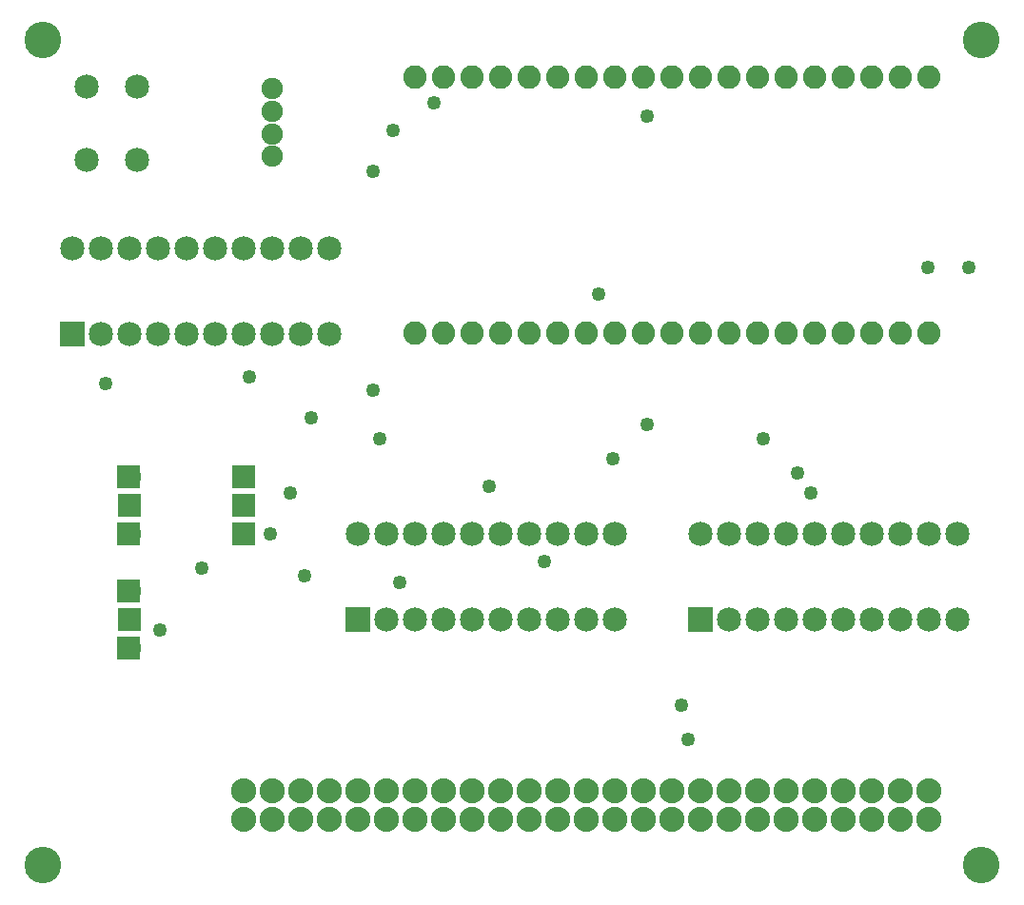
<source format=gts>
G04 MADE WITH FRITZING*
G04 WWW.FRITZING.ORG*
G04 DOUBLE SIDED*
G04 HOLES PLATED*
G04 CONTOUR ON CENTER OF CONTOUR VECTOR*
%ASAXBY*%
%FSLAX23Y23*%
%MOIN*%
%OFA0B0*%
%SFA1.0B1.0*%
%ADD10C,0.128110*%
%ADD11C,0.075000*%
%ADD12C,0.085000*%
%ADD13C,0.088000*%
%ADD14C,0.082000*%
%ADD15C,0.081858*%
%ADD16C,0.049370*%
%ADD17R,0.085000X0.085000*%
%ADD18R,0.010000X0.010000*%
%ADD19R,0.082000X0.082000*%
%LNMASK1*%
G90*
G70*
G54D10*
X128Y131D03*
X3415Y131D03*
X128Y3022D03*
X3415Y3022D03*
G54D11*
X933Y2851D03*
X933Y2772D03*
X933Y2693D03*
X933Y2614D03*
G54D12*
X282Y2602D03*
X282Y2858D03*
X459Y2602D03*
X459Y2858D03*
X2433Y993D03*
X2433Y1293D03*
X2533Y993D03*
X2533Y1293D03*
X2633Y993D03*
X2633Y1293D03*
X2733Y993D03*
X2733Y1293D03*
X2833Y993D03*
X2833Y1293D03*
X2933Y993D03*
X2933Y1293D03*
X3033Y993D03*
X3033Y1293D03*
X3133Y993D03*
X3133Y1293D03*
X3233Y993D03*
X3233Y1293D03*
X3333Y993D03*
X3333Y1293D03*
X1233Y993D03*
X1233Y1293D03*
X1333Y993D03*
X1333Y1293D03*
X1433Y993D03*
X1433Y1293D03*
X1533Y993D03*
X1533Y1293D03*
X1633Y993D03*
X1633Y1293D03*
X1733Y993D03*
X1733Y1293D03*
X1833Y993D03*
X1833Y1293D03*
X1933Y993D03*
X1933Y1293D03*
X2033Y993D03*
X2033Y1293D03*
X2133Y993D03*
X2133Y1293D03*
G54D13*
X3233Y393D03*
X3133Y393D03*
X3033Y393D03*
X2933Y393D03*
X2833Y393D03*
X2733Y393D03*
X2633Y393D03*
X2533Y393D03*
X2433Y393D03*
X2333Y393D03*
X2233Y393D03*
X2133Y393D03*
X2033Y393D03*
X1933Y393D03*
X1833Y393D03*
X1733Y393D03*
X1633Y393D03*
X1533Y393D03*
X1433Y393D03*
X1333Y393D03*
X1233Y393D03*
X1133Y393D03*
X1033Y393D03*
X933Y393D03*
X833Y393D03*
X3233Y393D03*
X3133Y393D03*
X3033Y393D03*
X2933Y393D03*
X2833Y393D03*
X2733Y393D03*
X2633Y393D03*
X2533Y393D03*
X2433Y393D03*
X2333Y393D03*
X2233Y393D03*
X2133Y393D03*
X2033Y393D03*
X1933Y393D03*
X1833Y393D03*
X1733Y393D03*
X1633Y393D03*
X1533Y393D03*
X1433Y393D03*
X1333Y393D03*
X1233Y393D03*
X1133Y393D03*
X1033Y393D03*
X933Y393D03*
X833Y393D03*
X833Y293D03*
X933Y293D03*
X1033Y293D03*
X1133Y293D03*
X1233Y293D03*
X1333Y293D03*
X1433Y293D03*
X1533Y293D03*
X1633Y293D03*
X1733Y293D03*
X1833Y293D03*
X1933Y293D03*
X2033Y293D03*
X2133Y293D03*
X2233Y293D03*
X2333Y293D03*
X2433Y293D03*
X2533Y293D03*
X2633Y293D03*
X2733Y293D03*
X2833Y293D03*
X2933Y293D03*
X3033Y293D03*
X3133Y293D03*
X3233Y293D03*
G54D14*
X833Y1492D03*
X833Y1392D03*
X833Y1292D03*
X432Y1493D03*
X432Y1393D03*
X432Y1293D03*
X432Y1093D03*
X432Y993D03*
X432Y893D03*
G54D15*
X1432Y1994D03*
X1533Y1994D03*
X1632Y1994D03*
X1732Y1994D03*
X1832Y1994D03*
X1932Y1994D03*
X2033Y1994D03*
X2132Y1994D03*
X2232Y1994D03*
X2332Y1994D03*
X2432Y1994D03*
X2533Y1994D03*
X2632Y1994D03*
X2732Y1994D03*
X2832Y1994D03*
X2932Y1994D03*
X3032Y1994D03*
X3132Y1994D03*
X3232Y1994D03*
X3232Y2893D03*
X3132Y2893D03*
X3032Y2893D03*
X2932Y2893D03*
X2832Y2893D03*
X2732Y2893D03*
X2632Y2893D03*
X2533Y2893D03*
X2432Y2893D03*
X2332Y2893D03*
X2232Y2893D03*
X2132Y2893D03*
X2033Y2893D03*
X1932Y2893D03*
X1832Y2893D03*
X1732Y2893D03*
X1632Y2893D03*
X1533Y2893D03*
X1432Y2893D03*
G54D12*
X233Y1993D03*
X233Y2293D03*
X333Y1993D03*
X333Y2293D03*
X433Y1993D03*
X433Y2293D03*
X533Y1993D03*
X533Y2293D03*
X633Y1993D03*
X633Y2293D03*
X733Y1993D03*
X733Y2293D03*
X833Y1993D03*
X833Y2293D03*
X933Y1993D03*
X933Y2293D03*
X1033Y1993D03*
X1033Y2293D03*
X1133Y1993D03*
X1133Y2293D03*
G54D16*
X2364Y690D03*
X2772Y1506D03*
X1356Y2706D03*
X1284Y2562D03*
X2820Y1434D03*
X1692Y1458D03*
X1308Y1626D03*
X1284Y1794D03*
X1500Y2802D03*
X1044Y1146D03*
X540Y954D03*
X684Y1170D03*
X924Y1290D03*
X2652Y1626D03*
X2076Y2130D03*
X2244Y2754D03*
X2244Y1674D03*
X852Y1842D03*
X1380Y1122D03*
X2388Y570D03*
X3228Y2226D03*
X3372Y2226D03*
X1884Y1194D03*
X2124Y1554D03*
X348Y1818D03*
X996Y1434D03*
X1068Y1698D03*
G54D17*
X2433Y993D03*
X1233Y993D03*
G54D18*
X832Y1490D03*
X832Y1291D03*
X833Y1391D03*
G54D19*
X833Y1391D03*
X832Y1291D03*
X832Y1490D03*
G54D18*
X430Y1490D03*
X430Y1291D03*
X432Y1391D03*
G54D19*
X432Y1391D03*
X430Y1291D03*
X430Y1490D03*
G54D18*
X430Y1090D03*
X430Y891D03*
X432Y991D03*
G54D19*
X432Y991D03*
X430Y891D03*
X430Y1090D03*
G54D17*
X233Y1993D03*
G04 End of Mask1*
M02*
</source>
